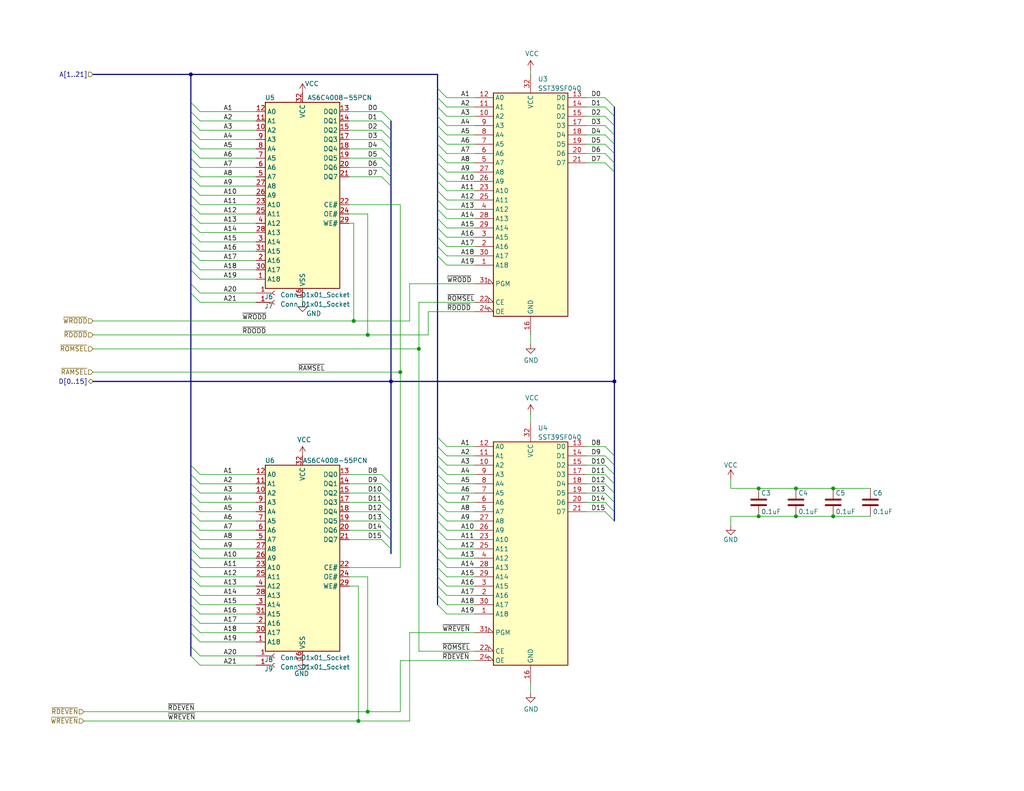
<source format=kicad_sch>
(kicad_sch (version 20231120) (generator "eeschema") (generator_version "8.0")
  (paper "A")
  (title_block (title "BITSY Mark I - An MC68000 Single Board Computer") (date "2025-06-12") (rev "V1B") (comment 1 "Licensed under CC-BY-SA-NC 4.0.") (comment 2 "https://github.com/codesmythe/BITSY_MK_I") (comment 3 "© 2025 Rob Gowin") (comment 4 "BITSY Mark I is a single board computer based around an MC68000 CPU."))
  (lib_symbols
    (symbol "Connector:Conn_01x01_Socket" (pin_names (offset 1.016) hide)
      (property "Reference" "J" (at 0 2.54 0))
      (property "Value" "Conn_01x01_Socket" (at 0 -2.54 0))
      (symbol "Conn_01x01_Socket_1_1"
        (polyline (pts (xy -1.27 0) (xy -0.508 0)) (stroke (width 0.1524)))
        (arc (start 0 0.508) (mid -0.5058 0) (end 0 -0.508) (stroke (width 0.1524)))
        (pin passive line (at -5.08 0 0) (length 3.81) (name "Pin_1") (number "1"))
      )
    )
    (symbol "Device:C" (pin_numbers hide) (pin_names (offset 0.254))
      (property "Reference" "C" (at 0.635 2.54 0))
      (property "Value" "C" (at 0.635 -2.54 0))
      (symbol "C_0_1"
        (polyline (pts (xy -2.032 -0.762) (xy 2.032 -0.762)) (stroke (width 0.508)))
        (polyline (pts (xy -2.032 0.762) (xy 2.032 0.762)) (stroke (width 0.508)))
      )
      (symbol "C_1_1"
        (pin passive line (at 0 3.81 270) (length 2.794) (name "~") (number "1"))
        (pin passive line (at 0 -3.81 90) (length 2.794) (name "~") (number "2"))
      )
    )
    (symbol "Memory_Flash:SST39SF040"
      (property "Reference" "U" (at 2.54 33.02 0))
      (property "Value" "SST39SF040" (at 0 -30.48 0))
      (symbol "SST39SF040_0_0"
        (pin power_in line (at 0 -34.29 90) (length 5.08) (name "GND") (number "16"))
        (pin power_in line (at 0 36.83 270) (length 5.08) (name "VCC") (number "32"))
      )
      (symbol "SST39SF040_0_1"
        (rectangle (start -10.16 31.75) (end 10.16 -29.21) (stroke (width 0.254)) (fill (type background)))
      )
      (symbol "SST39SF040_1_1"
        (pin input line (at -15.24 -15.24 0) (length 5.08) (name "A18") (number "1"))
        (pin input line (at -15.24 25.4 0) (length 5.08) (name "A2") (number "10"))
        (pin input line (at -15.24 27.94 0) (length 5.08) (name "A1") (number "11"))
        (pin input line (at -15.24 30.48 0) (length 5.08) (name "A0") (number "12"))
        (pin tri_state line (at 15.24 30.48 180) (length 5.08) (name "D0") (number "13"))
        (pin tri_state line (at 15.24 27.94 180) (length 5.08) (name "D1") (number "14"))
        (pin tri_state line (at 15.24 25.4 180) (length 5.08) (name "D2") (number "15"))
        (pin tri_state line (at 15.24 22.86 180) (length 5.08) (name "D3") (number "17"))
        (pin tri_state line (at 15.24 20.32 180) (length 5.08) (name "D4") (number "18"))
        (pin tri_state line (at 15.24 17.78 180) (length 5.08) (name "D5") (number "19"))
        (pin input line (at -15.24 -10.16 0) (length 5.08) (name "A16") (number "2"))
        (pin tri_state line (at 15.24 15.24 180) (length 5.08) (name "D6") (number "20"))
        (pin tri_state line (at 15.24 12.7 180) (length 5.08) (name "D7") (number "21"))
        (pin input input_low (at -15.24 -25.4 0) (length 5.08) (name "CE") (number "22"))
        (pin input line (at -15.24 5.08 0) (length 5.08) (name "A10") (number "23"))
        (pin input input_low (at -15.24 -27.94 0) (length 5.08) (name "OE") (number "24"))
        (pin input line (at -15.24 2.54 0) (length 5.08) (name "A11") (number "25"))
        (pin input line (at -15.24 7.62 0) (length 5.08) (name "A9") (number "26"))
        (pin input line (at -15.24 10.16 0) (length 5.08) (name "A8") (number "27"))
        (pin input line (at -15.24 -2.54 0) (length 5.08) (name "A13") (number "28"))
        (pin input line (at -15.24 -5.08 0) (length 5.08) (name "A14") (number "29"))
        (pin input line (at -15.24 -7.62 0) (length 5.08) (name "A15") (number "3"))
        (pin input line (at -15.24 -12.7 0) (length 5.08) (name "A17") (number "30"))
        (pin input input_low (at -15.24 -20.32 0) (length 5.08) (name "PGM") (number "31"))
        (pin input line (at -15.24 0 0) (length 5.08) (name "A12") (number "4"))
        (pin input line (at -15.24 12.7 0) (length 5.08) (name "A7") (number "5"))
        (pin input line (at -15.24 15.24 0) (length 5.08) (name "A6") (number "6"))
        (pin input line (at -15.24 17.78 0) (length 5.08) (name "A5") (number "7"))
        (pin input line (at -15.24 20.32 0) (length 5.08) (name "A4") (number "8"))
        (pin input line (at -15.24 22.86 0) (length 5.08) (name "A3") (number "9"))
      )
    )
    (symbol "Memory_RAM:AS6C4008-55PCN"
      (property "Reference" "U" (at -10.16 26.035 0))
      (property "Value" "AS6C4008-55PCN" (at 2.54 26.035 0))
      (symbol "AS6C4008-55PCN_0_0"
        (pin power_in line (at 0 -27.94 90) (length 2.54) (name "VSS") (number "16"))
        (pin power_in line (at 0 27.94 270) (length 2.54) (name "VCC") (number "32"))
      )
      (symbol "AS6C4008-55PCN_0_1"
        (rectangle (start -10.16 25.4) (end 10.16 -25.4) (stroke (width 0.254)) (fill (type background)))
      )
      (symbol "AS6C4008-55PCN_1_1"
        (pin input line (at -12.7 -22.86 0) (length 2.54) (name "A18") (number "1"))
        (pin input line (at -12.7 17.78 0) (length 2.54) (name "A2") (number "10"))
        (pin input line (at -12.7 20.32 0) (length 2.54) (name "A1") (number "11"))
        (pin input line (at -12.7 22.86 0) (length 2.54) (name "A0") (number "12"))
        (pin tri_state line (at 12.7 22.86 180) (length 2.54) (name "DQ0") (number "13"))
        (pin tri_state line (at 12.7 20.32 180) (length 2.54) (name "DQ1") (number "14"))
        (pin tri_state line (at 12.7 17.78 180) (length 2.54) (name "DQ2") (number "15"))
        (pin tri_state line (at 12.7 15.24 180) (length 2.54) (name "DQ3") (number "17"))
        (pin tri_state line (at 12.7 12.7 180) (length 2.54) (name "DQ4") (number "18"))
        (pin tri_state line (at 12.7 10.16 180) (length 2.54) (name "DQ5") (number "19"))
        (pin input line (at -12.7 -17.78 0) (length 2.54) (name "A16") (number "2"))
        (pin tri_state line (at 12.7 7.62 180) (length 2.54) (name "DQ6") (number "20"))
        (pin tri_state line (at 12.7 5.08 180) (length 2.54) (name "DQ7") (number "21"))
        (pin input line (at 12.7 -2.54 180) (length 2.54) (name "CE#") (number "22"))
        (pin input line (at -12.7 -2.54 0) (length 2.54) (name "A10") (number "23"))
        (pin input line (at 12.7 -5.08 180) (length 2.54) (name "OE#") (number "24"))
        (pin input line (at -12.7 -5.08 0) (length 2.54) (name "A11") (number "25"))
        (pin input line (at -12.7 0 0) (length 2.54) (name "A9") (number "26"))
        (pin input line (at -12.7 2.54 0) (length 2.54) (name "A8") (number "27"))
        (pin input line (at -12.7 -10.16 0) (length 2.54) (name "A13") (number "28"))
        (pin input line (at 12.7 -7.62 180) (length 2.54) (name "WE#") (number "29"))
        (pin input line (at -12.7 -12.7 0) (length 2.54) (name "A14") (number "3"))
        (pin input line (at -12.7 -20.32 0) (length 2.54) (name "A17") (number "30"))
        (pin input line (at -12.7 -15.24 0) (length 2.54) (name "A15") (number "31"))
        (pin input line (at -12.7 -7.62 0) (length 2.54) (name "A12") (number "4"))
        (pin input line (at -12.7 5.08 0) (length 2.54) (name "A7") (number "5"))
        (pin input line (at -12.7 7.62 0) (length 2.54) (name "A6") (number "6"))
        (pin input line (at -12.7 10.16 0) (length 2.54) (name "A5") (number "7"))
        (pin input line (at -12.7 12.7 0) (length 2.54) (name "A4") (number "8"))
        (pin input line (at -12.7 15.24 0) (length 2.54) (name "A3") (number "9"))
      )
    )
    (symbol "power:GND" (power) (pin_numbers hide) (pin_names (offset 0) hide)
      (property "Value" "GND" (at 0 -3.81 0))
      (symbol "GND_0_1"
        (polyline (pts (xy 0 0) (xy 0 -1.27) (xy 1.27 -1.27) (xy 0 -2.54) (xy -1.27 -1.27) (xy 0 -1.27)))
      )
      (symbol "GND_1_1"
        (pin power_in line (at 0 0 270) (length 0) (name "~") (number "1"))
      )
    )
    (symbol "power:VCC" (power) (pin_numbers hide) (pin_names (offset 0) hide)
      (property "Value" "VCC" (at 0 3.556 0))
      (symbol "VCC_0_1"
        (polyline (pts (xy -0.762 1.27) (xy 0 2.54)))
        (polyline (pts (xy 0 0) (xy 0 2.54)))
        (polyline (pts (xy 0 2.54) (xy 0.762 1.27)))
      )
      (symbol "VCC_1_1"
        (pin power_in line (at 0 0 90) (length 0) (name "~") (number "1"))
      )
    )
  )
  (junction (at 97.79 196.85))
  (junction (at 167.64 104.14))
  (junction (at 227.33 133.35))
  (junction (at 217.17 140.97))
  (junction (at 106.68 104.14))
  (junction (at 52.07 20.32))
  (junction (at 207.01 140.97))
  (junction (at 227.33 140.97))
  (junction (at 114.3 95.25))
  (junction (at 96.52 87.63))
  (junction (at 100.33 91.44))
  (junction (at 109.22 101.6))
  (junction (at 100.33 194.31))
  (junction (at 217.17 133.35))
  (junction (at 207.01 133.35))
  (bus_entry (at 119.38 57.15) (size 2.54 2.54))
  (bus_entry (at 52.07 137.16) (size 2.54 2.54))
  (bus_entry (at 119.38 41.91) (size 2.54 2.54))
  (bus_entry (at 119.38 160.02) (size 2.54 2.54))
  (bus_entry (at 119.38 119.38) (size 2.54 2.54))
  (bus_entry (at 52.07 40.64) (size 2.54 2.54))
  (bus_entry (at 165.1 127) (size 2.54 2.54))
  (bus_entry (at 104.14 147.32) (size 2.54 2.54))
  (bus_entry (at 119.38 137.16) (size 2.54 2.54))
  (bus_entry (at 104.14 142.24) (size 2.54 2.54))
  (bus_entry (at 52.07 139.7) (size 2.54 2.54))
  (bus_entry (at 165.1 41.91) (size 2.54 2.54))
  (bus_entry (at 119.38 124.46) (size 2.54 2.54))
  (bus_entry (at 52.07 33.02) (size 2.54 2.54))
  (bus_entry (at 104.14 43.18) (size 2.54 2.54))
  (bus_entry (at 165.1 129.54) (size 2.54 2.54))
  (bus_entry (at 119.38 52.07) (size 2.54 2.54))
  (bus_entry (at 52.07 132.08) (size 2.54 2.54))
  (bus_entry (at 52.07 58.42) (size 2.54 2.54))
  (bus_entry (at 119.38 129.54) (size 2.54 2.54))
  (bus_entry (at 119.38 142.24) (size 2.54 2.54))
  (bus_entry (at 52.07 45.72) (size 2.54 2.54))
  (bus_entry (at 119.38 39.37) (size 2.54 2.54))
  (bus_entry (at 119.38 26.67) (size 2.54 2.54))
  (bus_entry (at 104.14 45.72) (size 2.54 2.54))
  (bus_entry (at 119.38 67.31) (size 2.54 2.54))
  (bus_entry (at 52.07 179.07) (size 2.54 2.54))
  (bus_entry (at 52.07 50.8) (size 2.54 2.54))
  (bus_entry (at 52.07 149.86) (size 2.54 2.54))
  (bus_entry (at 52.07 157.48) (size 2.54 2.54))
  (bus_entry (at 52.07 43.18) (size 2.54 2.54))
  (bus_entry (at 104.14 132.08) (size 2.54 2.54))
  (bus_entry (at 119.38 144.78) (size 2.54 2.54))
  (bus_entry (at 52.07 162.56) (size 2.54 2.54))
  (bus_entry (at 165.1 36.83) (size 2.54 2.54))
  (bus_entry (at 52.07 80.01) (size 2.54 2.54))
  (bus_entry (at 119.38 139.7) (size 2.54 2.54))
  (bus_entry (at 119.38 31.75) (size 2.54 2.54))
  (bus_entry (at 119.38 157.48) (size 2.54 2.54))
  (bus_entry (at 119.38 134.62) (size 2.54 2.54))
  (bus_entry (at 52.07 38.1) (size 2.54 2.54))
  (bus_entry (at 52.07 27.94) (size 2.54 2.54))
  (bus_entry (at 52.07 147.32) (size 2.54 2.54))
  (bus_entry (at 119.38 24.13) (size 2.54 2.54))
  (bus_entry (at 104.14 38.1) (size 2.54 2.54))
  (bus_entry (at 165.1 121.92) (size 2.54 2.54))
  (bus_entry (at 119.38 36.83) (size 2.54 2.54))
  (bus_entry (at 52.07 63.5) (size 2.54 2.54))
  (bus_entry (at 52.07 73.66) (size 2.54 2.54))
  (bus_entry (at 119.38 154.94) (size 2.54 2.54))
  (bus_entry (at 52.07 176.53) (size 2.54 2.54))
  (bus_entry (at 52.07 142.24) (size 2.54 2.54))
  (bus_entry (at 52.07 172.72) (size 2.54 2.54))
  (bus_entry (at 104.14 139.7) (size 2.54 2.54))
  (bus_entry (at 52.07 55.88) (size 2.54 2.54))
  (bus_entry (at 104.14 48.26) (size 2.54 2.54))
  (bus_entry (at 52.07 129.54) (size 2.54 2.54))
  (bus_entry (at 104.14 35.56) (size 2.54 2.54))
  (bus_entry (at 165.1 134.62) (size 2.54 2.54))
  (bus_entry (at 52.07 53.34) (size 2.54 2.54))
  (bus_entry (at 119.38 29.21) (size 2.54 2.54))
  (bus_entry (at 119.38 62.23) (size 2.54 2.54))
  (bus_entry (at 119.38 162.56) (size 2.54 2.54))
  (bus_entry (at 119.38 127) (size 2.54 2.54))
  (bus_entry (at 52.07 60.96) (size 2.54 2.54))
  (bus_entry (at 104.14 137.16) (size 2.54 2.54))
  (bus_entry (at 52.07 30.48) (size 2.54 2.54))
  (bus_entry (at 52.07 71.12) (size 2.54 2.54))
  (bus_entry (at 52.07 77.47) (size 2.54 2.54))
  (bus_entry (at 165.1 44.45) (size 2.54 2.54))
  (bus_entry (at 104.14 40.64) (size 2.54 2.54))
  (bus_entry (at 165.1 26.67) (size 2.54 2.54))
  (bus_entry (at 52.07 165.1) (size 2.54 2.54))
  (bus_entry (at 119.38 59.69) (size 2.54 2.54))
  (bus_entry (at 165.1 34.29) (size 2.54 2.54))
  (bus_entry (at 52.07 152.4) (size 2.54 2.54))
  (bus_entry (at 104.14 30.48) (size 2.54 2.54))
  (bus_entry (at 52.07 144.78) (size 2.54 2.54))
  (bus_entry (at 119.38 44.45) (size 2.54 2.54))
  (bus_entry (at 104.14 134.62) (size 2.54 2.54))
  (bus_entry (at 165.1 132.08) (size 2.54 2.54))
  (bus_entry (at 52.07 167.64) (size 2.54 2.54))
  (bus_entry (at 52.07 170.18) (size 2.54 2.54))
  (bus_entry (at 52.07 66.04) (size 2.54 2.54))
  (bus_entry (at 119.38 69.85) (size 2.54 2.54))
  (bus_entry (at 119.38 46.99) (size 2.54 2.54))
  (bus_entry (at 165.1 29.21) (size 2.54 2.54))
  (bus_entry (at 119.38 147.32) (size 2.54 2.54))
  (bus_entry (at 104.14 33.02) (size 2.54 2.54))
  (bus_entry (at 52.07 160.02) (size 2.54 2.54))
  (bus_entry (at 119.38 132.08) (size 2.54 2.54))
  (bus_entry (at 165.1 124.46) (size 2.54 2.54))
  (bus_entry (at 119.38 152.4) (size 2.54 2.54))
  (bus_entry (at 52.07 48.26) (size 2.54 2.54))
  (bus_entry (at 165.1 137.16) (size 2.54 2.54))
  (bus_entry (at 165.1 31.75) (size 2.54 2.54))
  (bus_entry (at 104.14 144.78) (size 2.54 2.54))
  (bus_entry (at 119.38 54.61) (size 2.54 2.54))
  (bus_entry (at 52.07 35.56) (size 2.54 2.54))
  (bus_entry (at 52.07 127) (size 2.54 2.54))
  (bus_entry (at 119.38 165.1) (size 2.54 2.54))
  (bus_entry (at 165.1 39.37) (size 2.54 2.54))
  (bus_entry (at 104.14 129.54) (size 2.54 2.54))
  (bus_entry (at 52.07 154.94) (size 2.54 2.54))
  (bus_entry (at 119.38 149.86) (size 2.54 2.54))
  (bus_entry (at 119.38 49.53) (size 2.54 2.54))
  (bus_entry (at 165.1 139.7) (size 2.54 2.54))
  (bus_entry (at 52.07 68.58) (size 2.54 2.54))
  (bus_entry (at 52.07 134.62) (size 2.54 2.54))
  (bus_entry (at 119.38 34.29) (size 2.54 2.54))
  (bus_entry (at 119.38 121.92) (size 2.54 2.54))
  (bus_entry (at 119.38 64.77) (size 2.54 2.54))
  (wire (pts (xy 121.92 39.37) (xy 129.54 39.37)))
  (bus (pts (xy 119.38 121.92) (xy 119.38 124.46)))
  (bus (pts (xy 119.38 39.37) (xy 119.38 41.91)))
  (bus (pts (xy 119.38 134.62) (xy 119.38 137.16)))
  (wire (pts (xy 25.4 95.25) (xy 114.3 95.25)))
  (bus (pts (xy 52.07 127) (xy 52.07 129.54)))
  (wire (pts (xy 121.92 165.1) (xy 129.54 165.1)))
  (wire (pts (xy 95.25 144.78) (xy 104.14 144.78)))
  (wire (pts (xy 121.92 142.24) (xy 129.54 142.24)))
  (wire (pts (xy 121.92 26.67) (xy 129.54 26.67)))
  (wire (pts (xy 100.33 58.42) (xy 100.33 91.44)))
  (bus (pts (xy 119.38 59.69) (xy 119.38 62.23)))
  (wire (pts (xy 144.78 19.05) (xy 144.78 20.32)))
  (bus (pts (xy 52.07 80.01) (xy 52.07 127)))
  (wire (pts (xy 160.02 127) (xy 165.1 127)))
  (wire (pts (xy 160.02 29.21) (xy 165.1 29.21)))
  (wire (pts (xy 54.61 82.55) (xy 69.85 82.55)))
  (bus (pts (xy 25.4 104.14) (xy 106.68 104.14)))
  (bus (pts (xy 52.07 53.34) (xy 52.07 55.88)))
  (bus (pts (xy 167.64 124.46) (xy 167.64 127)))
  (bus (pts (xy 119.38 46.99) (xy 119.38 49.53)))
  (wire (pts (xy 25.4 87.63) (xy 96.52 87.63)))
  (bus (pts (xy 167.64 44.45) (xy 167.64 46.99)))
  (bus (pts (xy 106.68 43.18) (xy 106.68 45.72)))
  (bus (pts (xy 52.07 147.32) (xy 52.07 149.86)))
  (wire (pts (xy 227.33 133.35) (xy 237.49 133.35)))
  (wire (pts (xy 95.25 30.48) (xy 104.14 30.48)))
  (wire (pts (xy 160.02 26.67) (xy 165.1 26.67)))
  (wire (pts (xy 121.92 64.77) (xy 129.54 64.77)))
  (bus (pts (xy 119.38 49.53) (xy 119.38 52.07)))
  (wire (pts (xy 114.3 95.25) (xy 114.3 177.8)))
  (bus (pts (xy 52.07 30.48) (xy 52.07 33.02)))
  (wire (pts (xy 54.61 172.72) (xy 69.85 172.72)))
  (wire (pts (xy 160.02 34.29) (xy 165.1 34.29)))
  (wire (pts (xy 54.61 76.2) (xy 69.85 76.2)))
  (bus (pts (xy 52.07 20.32) (xy 119.38 20.32)))
  (wire (pts (xy 54.61 157.48) (xy 69.85 157.48)))
  (bus (pts (xy 52.07 137.16) (xy 52.07 139.7)))
  (wire (pts (xy 54.61 43.18) (xy 69.85 43.18)))
  (wire (pts (xy 121.92 121.92) (xy 129.54 121.92)))
  (bus (pts (xy 52.07 43.18) (xy 52.07 45.72)))
  (wire (pts (xy 160.02 139.7) (xy 165.1 139.7)))
  (wire (pts (xy 54.61 45.72) (xy 69.85 45.72)))
  (bus (pts (xy 106.68 48.26) (xy 106.68 50.8)))
  (bus (pts (xy 106.68 149.86) (xy 106.68 151.13)))
  (bus (pts (xy 106.68 38.1) (xy 106.68 40.64)))
  (bus (pts (xy 167.64 132.08) (xy 167.64 134.62)))
  (wire (pts (xy 95.25 35.56) (xy 104.14 35.56)))
  (wire (pts (xy 109.22 154.94) (xy 95.25 154.94)))
  (bus (pts (xy 119.38 67.31) (xy 119.38 69.85)))
  (wire (pts (xy 54.61 48.26) (xy 69.85 48.26)))
  (bus (pts (xy 106.68 142.24) (xy 106.68 144.78)))
  (wire (pts (xy 121.92 137.16) (xy 129.54 137.16)))
  (bus (pts (xy 52.07 132.08) (xy 52.07 134.62)))
  (wire (pts (xy 54.61 139.7) (xy 69.85 139.7)))
  (wire (pts (xy 54.61 181.61) (xy 69.85 181.61)))
  (bus (pts (xy 119.38 157.48) (xy 119.38 160.02)))
  (wire (pts (xy 121.92 31.75) (xy 129.54 31.75)))
  (bus (pts (xy 106.68 144.78) (xy 106.68 147.32)))
  (wire (pts (xy 104.14 33.02) (xy 95.25 33.02)))
  (wire (pts (xy 25.4 101.6) (xy 109.22 101.6)))
  (wire (pts (xy 121.92 46.99) (xy 129.54 46.99)))
  (wire (pts (xy 121.92 34.29) (xy 129.54 34.29)))
  (wire (pts (xy 54.61 58.42) (xy 69.85 58.42)))
  (wire (pts (xy 129.54 82.55) (xy 114.3 82.55)))
  (bus (pts (xy 52.07 20.32) (xy 52.07 27.94)))
  (wire (pts (xy 54.61 147.32) (xy 69.85 147.32)))
  (bus (pts (xy 119.38 142.24) (xy 119.38 144.78)))
  (wire (pts (xy 121.92 144.78) (xy 129.54 144.78)))
  (wire (pts (xy 160.02 44.45) (xy 165.1 44.45)))
  (bus (pts (xy 52.07 27.94) (xy 52.07 30.48)))
  (wire (pts (xy 121.92 157.48) (xy 129.54 157.48)))
  (bus (pts (xy 52.07 176.53) (xy 52.07 179.07)))
  (bus (pts (xy 52.07 68.58) (xy 52.07 71.12)))
  (wire (pts (xy 54.61 129.54) (xy 69.85 129.54)))
  (bus (pts (xy 167.64 137.16) (xy 167.64 139.7)))
  (bus (pts (xy 52.07 55.88) (xy 52.07 58.42)))
  (bus (pts (xy 52.07 149.86) (xy 52.07 152.4)))
  (bus (pts (xy 106.68 132.08) (xy 106.68 134.62)))
  (bus (pts (xy 52.07 73.66) (xy 52.07 77.47)))
  (wire (pts (xy 22.86 194.31) (xy 100.33 194.31)))
  (bus (pts (xy 52.07 66.04) (xy 52.07 68.58)))
  (wire (pts (xy 111.76 87.63) (xy 111.76 77.47)))
  (bus (pts (xy 119.38 41.91) (xy 119.38 44.45)))
  (wire (pts (xy 54.61 142.24) (xy 69.85 142.24)))
  (wire (pts (xy 95.25 60.96) (xy 96.52 60.96)))
  (wire (pts (xy 54.61 132.08) (xy 69.85 132.08)))
  (bus (pts (xy 52.07 40.64) (xy 52.07 43.18)))
  (bus (pts (xy 52.07 157.48) (xy 52.07 160.02)))
  (wire (pts (xy 160.02 39.37) (xy 165.1 39.37)))
  (bus (pts (xy 106.68 139.7) (xy 106.68 142.24)))
  (bus (pts (xy 119.38 29.21) (xy 119.38 31.75)))
  (bus (pts (xy 52.07 139.7) (xy 52.07 142.24)))
  (wire (pts (xy 160.02 121.92) (xy 165.1 121.92)))
  (bus (pts (xy 119.38 154.94) (xy 119.38 157.48)))
  (bus (pts (xy 119.38 129.54) (xy 119.38 132.08)))
  (wire (pts (xy 114.3 95.25) (xy 114.3 82.55)))
  (bus (pts (xy 52.07 134.62) (xy 52.07 137.16)))
  (wire (pts (xy 144.78 113.03) (xy 144.78 115.57)))
  (wire (pts (xy 207.01 140.97) (xy 217.17 140.97)))
  (wire (pts (xy 217.17 133.35) (xy 227.33 133.35)))
  (wire (pts (xy 199.39 133.35) (xy 207.01 133.35)))
  (bus (pts (xy 106.68 33.02) (xy 106.68 35.56)))
  (wire (pts (xy 121.92 57.15) (xy 129.54 57.15)))
  (bus (pts (xy 119.38 162.56) (xy 119.38 165.1)))
  (bus (pts (xy 119.38 124.46) (xy 119.38 127)))
  (bus (pts (xy 167.64 34.29) (xy 167.64 36.83)))
  (wire (pts (xy 121.92 127) (xy 129.54 127)))
  (wire (pts (xy 54.61 35.56) (xy 69.85 35.56)))
  (bus (pts (xy 52.07 48.26) (xy 52.07 50.8)))
  (bus (pts (xy 119.38 152.4) (xy 119.38 154.94)))
  (bus (pts (xy 52.07 170.18) (xy 52.07 172.72)))
  (wire (pts (xy 54.61 50.8) (xy 69.85 50.8)))
  (wire (pts (xy 121.92 69.85) (xy 129.54 69.85)))
  (bus (pts (xy 167.64 134.62) (xy 167.64 137.16)))
  (wire (pts (xy 95.25 157.48) (xy 100.33 157.48)))
  (bus (pts (xy 52.07 160.02) (xy 52.07 162.56)))
  (wire (pts (xy 104.14 48.26) (xy 95.25 48.26)))
  (wire (pts (xy 54.61 149.86) (xy 69.85 149.86)))
  (wire (pts (xy 54.61 167.64) (xy 69.85 167.64)))
  (wire (pts (xy 95.25 142.24) (xy 104.14 142.24)))
  (bus (pts (xy 25.4 20.32) (xy 52.07 20.32)))
  (bus (pts (xy 167.64 104.14) (xy 167.64 124.46)))
  (wire (pts (xy 121.92 52.07) (xy 129.54 52.07)))
  (wire (pts (xy 95.25 134.62) (xy 104.14 134.62)))
  (wire (pts (xy 54.61 154.94) (xy 69.85 154.94)))
  (wire (pts (xy 121.92 147.32) (xy 129.54 147.32)))
  (wire (pts (xy 114.3 177.8) (xy 129.54 177.8)))
  (wire (pts (xy 95.25 160.02) (xy 97.79 160.02)))
  (wire (pts (xy 129.54 77.47) (xy 111.76 77.47)))
  (wire (pts (xy 121.92 59.69) (xy 129.54 59.69)))
  (bus (pts (xy 52.07 162.56) (xy 52.07 165.1)))
  (wire (pts (xy 116.84 91.44) (xy 116.84 85.09)))
  (bus (pts (xy 119.38 57.15) (xy 119.38 59.69)))
  (bus (pts (xy 119.38 26.67) (xy 119.38 29.21)))
  (bus (pts (xy 52.07 33.02) (xy 52.07 35.56)))
  (wire (pts (xy 160.02 132.08) (xy 165.1 132.08)))
  (wire (pts (xy 121.92 129.54) (xy 129.54 129.54)))
  (wire (pts (xy 54.61 80.01) (xy 69.85 80.01)))
  (bus (pts (xy 167.64 36.83) (xy 167.64 39.37)))
  (wire (pts (xy 160.02 134.62) (xy 165.1 134.62)))
  (wire (pts (xy 121.92 67.31) (xy 129.54 67.31)))
  (bus (pts (xy 52.07 35.56) (xy 52.07 38.1)))
  (wire (pts (xy 121.92 152.4) (xy 129.54 152.4)))
  (wire (pts (xy 199.39 140.97) (xy 207.01 140.97)))
  (bus (pts (xy 52.07 50.8) (xy 52.07 53.34)))
  (wire (pts (xy 95.25 58.42) (xy 100.33 58.42)))
  (bus (pts (xy 167.64 41.91) (xy 167.64 44.45)))
  (wire (pts (xy 97.79 160.02) (xy 97.79 196.85)))
  (wire (pts (xy 95.25 45.72) (xy 104.14 45.72)))
  (bus (pts (xy 52.07 172.72) (xy 52.07 176.53)))
  (wire (pts (xy 104.14 43.18) (xy 95.25 43.18)))
  (wire (pts (xy 95.25 40.64) (xy 104.14 40.64)))
  (bus (pts (xy 119.38 36.83) (xy 119.38 39.37)))
  (bus (pts (xy 106.68 35.56) (xy 106.68 38.1)))
  (wire (pts (xy 54.61 73.66) (xy 69.85 73.66)))
  (wire (pts (xy 95.25 139.7) (xy 104.14 139.7)))
  (wire (pts (xy 54.61 33.02) (xy 69.85 33.02)))
  (wire (pts (xy 96.52 60.96) (xy 96.52 87.63)))
  (wire (pts (xy 54.61 162.56) (xy 69.85 162.56)))
  (bus (pts (xy 106.68 104.14) (xy 106.68 132.08)))
  (bus (pts (xy 167.64 29.21) (xy 167.64 31.75)))
  (wire (pts (xy 54.61 144.78) (xy 69.85 144.78)))
  (wire (pts (xy 121.92 149.86) (xy 129.54 149.86)))
  (wire (pts (xy 160.02 137.16) (xy 165.1 137.16)))
  (wire (pts (xy 199.39 143.51) (xy 199.39 140.97)))
  (bus (pts (xy 119.38 132.08) (xy 119.38 134.62)))
  (bus (pts (xy 52.07 60.96) (xy 52.07 63.5)))
  (wire (pts (xy 121.92 154.94) (xy 129.54 154.94)))
  (wire (pts (xy 54.61 152.4) (xy 69.85 152.4)))
  (wire (pts (xy 54.61 30.48) (xy 69.85 30.48)))
  (bus (pts (xy 106.68 45.72) (xy 106.68 48.26)))
  (wire (pts (xy 121.92 62.23) (xy 129.54 62.23)))
  (bus (pts (xy 119.38 52.07) (xy 119.38 54.61)))
  (wire (pts (xy 121.92 44.45) (xy 129.54 44.45)))
  (wire (pts (xy 54.61 165.1) (xy 69.85 165.1)))
  (wire (pts (xy 217.17 140.97) (xy 227.33 140.97)))
  (bus (pts (xy 119.38 119.38) (xy 119.38 121.92)))
  (wire (pts (xy 121.92 134.62) (xy 129.54 134.62)))
  (bus (pts (xy 119.38 31.75) (xy 119.38 34.29)))
  (wire (pts (xy 96.52 87.63) (xy 111.76 87.63)))
  (wire (pts (xy 104.14 38.1) (xy 95.25 38.1)))
  (bus (pts (xy 106.68 104.14) (xy 167.64 104.14)))
  (bus (pts (xy 167.64 139.7) (xy 167.64 142.24)))
  (wire (pts (xy 121.92 162.56) (xy 129.54 162.56)))
  (wire (pts (xy 100.33 157.48) (xy 100.33 194.31)))
  (wire (pts (xy 54.61 137.16) (xy 69.85 137.16)))
  (wire (pts (xy 95.25 129.54) (xy 104.14 129.54)))
  (wire (pts (xy 160.02 36.83) (xy 165.1 36.83)))
  (wire (pts (xy 121.92 72.39) (xy 129.54 72.39)))
  (wire (pts (xy 97.79 196.85) (xy 111.76 196.85)))
  (wire (pts (xy 129.54 85.09) (xy 116.84 85.09)))
  (bus (pts (xy 119.38 144.78) (xy 119.38 147.32)))
  (bus (pts (xy 119.38 69.85) (xy 119.38 119.38)))
  (wire (pts (xy 121.92 36.83) (xy 129.54 36.83)))
  (bus (pts (xy 52.07 165.1) (xy 52.07 167.64)))
  (wire (pts (xy 54.61 179.07) (xy 69.85 179.07)))
  (bus (pts (xy 52.07 63.5) (xy 52.07 66.04)))
  (wire (pts (xy 54.61 68.58) (xy 69.85 68.58)))
  (wire (pts (xy 100.33 91.44) (xy 116.84 91.44)))
  (wire (pts (xy 121.92 41.91) (xy 129.54 41.91)))
  (wire (pts (xy 54.61 38.1) (xy 69.85 38.1)))
  (wire (pts (xy 121.92 167.64) (xy 129.54 167.64)))
  (bus (pts (xy 52.07 58.42) (xy 52.07 60.96)))
  (wire (pts (xy 121.92 124.46) (xy 129.54 124.46)))
  (wire (pts (xy 109.22 180.34) (xy 129.54 180.34)))
  (bus (pts (xy 52.07 129.54) (xy 52.07 132.08)))
  (wire (pts (xy 54.61 55.88) (xy 69.85 55.88)))
  (bus (pts (xy 119.38 137.16) (xy 119.38 139.7)))
  (bus (pts (xy 119.38 34.29) (xy 119.38 36.83)))
  (wire (pts (xy 22.86 196.85) (xy 97.79 196.85)))
  (wire (pts (xy 144.78 91.44) (xy 144.78 93.98)))
  (bus (pts (xy 106.68 134.62) (xy 106.68 137.16)))
  (bus (pts (xy 52.07 38.1) (xy 52.07 40.64)))
  (wire (pts (xy 121.92 29.21) (xy 129.54 29.21)))
  (bus (pts (xy 119.38 44.45) (xy 119.38 46.99)))
  (bus (pts (xy 52.07 71.12) (xy 52.07 73.66)))
  (wire (pts (xy 54.61 40.64) (xy 69.85 40.64)))
  (bus (pts (xy 119.38 160.02) (xy 119.38 162.56)))
  (bus (pts (xy 106.68 147.32) (xy 106.68 149.86)))
  (bus (pts (xy 119.38 62.23) (xy 119.38 64.77)))
  (wire (pts (xy 82.55 81.28) (xy 82.55 82.55)))
  (bus (pts (xy 106.68 137.16) (xy 106.68 139.7)))
  (wire (pts (xy 109.22 101.6) (xy 109.22 154.94)))
  (bus (pts (xy 119.38 147.32) (xy 119.38 149.86)))
  (wire (pts (xy 144.78 186.69) (xy 144.78 189.23)))
  (wire (pts (xy 54.61 63.5) (xy 69.85 63.5)))
  (wire (pts (xy 95.25 132.08) (xy 104.14 132.08)))
  (wire (pts (xy 25.4 91.44) (xy 100.33 91.44)))
  (bus (pts (xy 119.38 127) (xy 119.38 129.54)))
  (wire (pts (xy 121.92 54.61) (xy 129.54 54.61)))
  (bus (pts (xy 167.64 127) (xy 167.64 129.54)))
  (wire (pts (xy 111.76 172.72) (xy 111.76 196.85)))
  (bus (pts (xy 52.07 142.24) (xy 52.07 144.78)))
  (wire (pts (xy 54.61 53.34) (xy 69.85 53.34)))
  (bus (pts (xy 167.64 39.37) (xy 167.64 41.91)))
  (wire (pts (xy 111.76 172.72) (xy 129.54 172.72)))
  (bus (pts (xy 52.07 45.72) (xy 52.07 48.26)))
  (wire (pts (xy 121.92 49.53) (xy 129.54 49.53)))
  (wire (pts (xy 160.02 31.75) (xy 165.1 31.75)))
  (bus (pts (xy 52.07 144.78) (xy 52.07 147.32)))
  (wire (pts (xy 54.61 170.18) (xy 69.85 170.18)))
  (wire (pts (xy 54.61 71.12) (xy 69.85 71.12)))
  (wire (pts (xy 109.22 194.31) (xy 109.22 180.34)))
  (wire (pts (xy 54.61 66.04) (xy 69.85 66.04)))
  (bus (pts (xy 167.64 46.99) (xy 167.64 104.14)))
  (wire (pts (xy 54.61 60.96) (xy 69.85 60.96)))
  (wire (pts (xy 54.61 175.26) (xy 69.85 175.26)))
  (wire (pts (xy 121.92 160.02) (xy 129.54 160.02)))
  (wire (pts (xy 121.92 132.08) (xy 129.54 132.08)))
  (bus (pts (xy 119.38 54.61) (xy 119.38 57.15)))
  (bus (pts (xy 52.07 167.64) (xy 52.07 170.18)))
  (bus (pts (xy 167.64 31.75) (xy 167.64 34.29)))
  (bus (pts (xy 106.68 50.8) (xy 106.68 104.14)))
  (bus (pts (xy 106.68 40.64) (xy 106.68 43.18)))
  (bus (pts (xy 119.38 139.7) (xy 119.38 142.24)))
  (bus (pts (xy 119.38 20.32) (xy 119.38 24.13)))
  (wire (pts (xy 160.02 41.91) (xy 165.1 41.91)))
  (wire (pts (xy 109.22 55.88) (xy 109.22 101.6)))
  (wire (pts (xy 227.33 140.97) (xy 237.49 140.97)))
  (bus (pts (xy 119.38 64.77) (xy 119.38 67.31)))
  (wire (pts (xy 95.25 147.32) (xy 104.14 147.32)))
  (bus (pts (xy 52.07 152.4) (xy 52.07 154.94)))
  (wire (pts (xy 100.33 194.31) (xy 109.22 194.31)))
  (bus (pts (xy 167.64 129.54) (xy 167.64 132.08)))
  (wire (pts (xy 95.25 55.88) (xy 109.22 55.88)))
  (bus (pts (xy 119.38 24.13) (xy 119.38 26.67)))
  (bus (pts (xy 52.07 77.47) (xy 52.07 80.01)))
  (wire (pts (xy 95.25 137.16) (xy 104.14 137.16)))
  (wire (pts (xy 160.02 124.46) (xy 165.1 124.46)))
  (wire (pts (xy 54.61 134.62) (xy 69.85 134.62)))
  (wire (pts (xy 121.92 139.7) (xy 129.54 139.7)))
  (wire (pts (xy 160.02 129.54) (xy 165.1 129.54)))
  (bus (pts (xy 119.38 149.86) (xy 119.38 152.4)))
  (bus (pts (xy 52.07 154.94) (xy 52.07 157.48)))
  (wire (pts (xy 54.61 160.02) (xy 69.85 160.02)))
  (wire (pts (xy 199.39 130.81) (xy 199.39 133.35)))
  (wire (pts (xy 207.01 133.35) (xy 217.17 133.35)))
  (label "~{ROMSEL}" (at 121.92 82.55 0))
  (label "A9" (at 125.73 46.99 0))
  (label "A14" (at 125.73 154.94 0))
  (label "A10" (at 125.73 144.78 0))
  (label "D10" (at 161.29 127 0))
  (label "D0" (at 100.33 30.48 0))
  (label "A6" (at 60.96 43.18 0))
  (label "A13" (at 125.73 57.15 0))
  (label "A16" (at 125.73 160.02 0))
  (label "A17" (at 125.73 162.56 0))
  (label "A12" (at 125.73 54.61 0))
  (label "A20" (at 60.96 179.07 0))
  (label "A16" (at 60.96 68.58 0))
  (label "A14" (at 125.73 59.69 0))
  (label "D11" (at 100.33 137.16 0))
  (label "D1" (at 100.33 33.02 0))
  (label "A4" (at 60.96 137.16 0))
  (label "A10" (at 60.96 53.34 0))
  (label "D12" (at 100.33 139.7 0))
  (label "A3" (at 125.73 127 0))
  (label "D2" (at 100.33 35.56 0))
  (label "A9" (at 125.73 142.24 0))
  (label "~{RAMSEL}" (at 81.28 101.6 0))
  (label "A19" (at 60.96 175.26 0))
  (label "~{RDODD}" (at 121.92 85.09 0))
  (label "A18" (at 60.96 73.66 0))
  (label "D8" (at 161.29 121.92 0))
  (label "A5" (at 125.73 36.83 0))
  (label "D12" (at 161.29 132.08 0))
  (label "A11" (at 125.73 52.07 0))
  (label "D15" (at 100.33 147.32 0))
  (label "D15" (at 161.29 139.7 0))
  (label "A13" (at 60.96 160.02 0))
  (label "D7" (at 100.33 48.26 0))
  (label "A18" (at 125.73 165.1 0))
  (label "D9" (at 161.29 124.46 0))
  (label "A15" (at 60.96 165.1 0))
  (label "A6" (at 125.73 134.62 0))
  (label "D1" (at 161.29 29.21 0))
  (label "A11" (at 125.73 147.32 0))
  (label "A1" (at 60.96 30.48 0))
  (label "A11" (at 60.96 154.94 0))
  (label "D3" (at 161.29 34.29 0))
  (label "A15" (at 125.73 62.23 0))
  (label "A12" (at 60.96 58.42 0))
  (label "D11" (at 161.29 129.54 0))
  (label "A17" (at 60.96 170.18 0))
  (label "A7" (at 60.96 45.72 0))
  (label "A2" (at 60.96 132.08 0))
  (label "D7" (at 161.29 44.45 0))
  (label "~{RDEVEN}" (at 45.72 194.31 0))
  (label "A3" (at 125.73 31.75 0))
  (label "A7" (at 125.73 41.91 0))
  (label "A3" (at 60.96 134.62 0))
  (label "A18" (at 125.73 69.85 0))
  (label "A17" (at 125.73 67.31 0))
  (label "A4" (at 60.96 38.1 0))
  (label "~{WRODD}" (at 66.04 87.63 0))
  (label "A16" (at 125.73 64.77 0))
  (label "A1" (at 60.96 129.54 0))
  (label "A20" (at 60.96 80.01 0))
  (label "A10" (at 60.96 152.4 0))
  (label "~{WREVEN}" (at 45.72 196.85 0))
  (label "D13" (at 161.29 134.62 0))
  (label "A2" (at 125.73 124.46 0))
  (label "~{ROMSEL}" (at 120.65 177.8 0))
  (label "A6" (at 125.73 39.37 0))
  (label "A12" (at 60.96 157.48 0))
  (label "A1" (at 125.73 121.92 0))
  (label "D14" (at 100.33 144.78 0))
  (label "D6" (at 161.29 41.91 0))
  (label "A5" (at 60.96 139.7 0))
  (label "D14" (at 161.29 137.16 0))
  (label "A2" (at 60.96 33.02 0))
  (label "A5" (at 60.96 40.64 0))
  (label "D5" (at 161.29 39.37 0))
  (label "D9" (at 100.33 132.08 0))
  (label "A18" (at 60.96 172.72 0))
  (label "A10" (at 125.73 49.53 0))
  (label "A14" (at 60.96 63.5 0))
  (label "D5" (at 100.33 43.18 0))
  (label "A6" (at 60.96 142.24 0))
  (label "D4" (at 161.29 36.83 0))
  (label "A16" (at 60.96 167.64 0))
  (label "~{WREVEN}" (at 120.65 172.72 0))
  (label "A19" (at 125.73 167.64 0))
  (label "D2" (at 161.29 31.75 0))
  (label "A19" (at 60.96 76.2 0))
  (label "D13" (at 100.33 142.24 0))
  (label "D3" (at 100.33 38.1 0))
  (label "A13" (at 125.73 152.4 0))
  (label "A9" (at 60.96 149.86 0))
  (label "~{RDODD}" (at 66.04 91.44 0))
  (label "D4" (at 100.33 40.64 0))
  (label "D10" (at 100.33 134.62 0))
  (label "D6" (at 100.33 45.72 0))
  (label "A15" (at 60.96 66.04 0))
  (label "A19" (at 125.73 72.39 0))
  (label "A5" (at 125.73 132.08 0))
  (label "A8" (at 60.96 147.32 0))
  (label "A21" (at 60.96 82.55 0))
  (label "A11" (at 60.96 55.88 0))
  (label "A14" (at 60.96 162.56 0))
  (label "A4" (at 125.73 34.29 0))
  (label "A3" (at 60.96 35.56 0))
  (label "A8" (at 125.73 139.7 0))
  (label "A21" (at 60.96 181.61 0))
  (label "A17" (at 60.96 71.12 0))
  (label "A8" (at 125.73 44.45 0))
  (label "A13" (at 60.96 60.96 0))
  (label "~{RDEVEN}" (at 120.65 180.34 0))
  (label "A2" (at 125.73 29.21 0))
  (label "A15" (at 125.73 157.48 0))
  (label "D8" (at 100.33 129.54 0))
  (label "A9" (at 60.96 50.8 0))
  (label "A7" (at 60.96 144.78 0))
  (label "A7" (at 125.73 137.16 0))
  (label "A1" (at 125.73 26.67 0))
  (label "~{WRODD}" (at 121.92 77.47 0))
  (label "A4" (at 125.73 129.54 0))
  (label "A8" (at 60.96 48.26 0))
  (label "D0" (at 161.29 26.67 0))
  (label "A12" (at 125.73 149.86 0))
  (hierarchical_label "~{RAMSEL}" (shape input) (at 25.4 101.6 180))
  (hierarchical_label "~{ROMSEL}" (shape input) (at 25.4 95.25 180))
  (hierarchical_label "D[0..15]" (shape tri_state) (at 25.4 104.14 180))
  (hierarchical_label "~{WREVEN}" (shape input) (at 22.86 196.85 180))
  (hierarchical_label "~{RDODD}" (shape input) (at 25.4 91.44 180))
  (hierarchical_label "~{WRODD}" (shape input) (at 25.4 87.63 180))
  (hierarchical_label "A[1..21]" (shape input) (at 25.4 20.32 180))
  (hierarchical_label "~{RDEVEN}" (shape input) (at 22.86 194.31 180))
  (symbol (lib_id "Device:C") (at 207.01 137.16 0) (unit 1)
    (property "Reference" "C3" (at 207.645 134.62 0) (effects (justify left)))
    (property "Value" "0.1uF" (at 207.645 139.7 0) (effects (justify left)))
    (property "Footprint" "Capacitor_THT:C_Rect_L7.0mm_W2.0mm_P5.00mm" (effects (hide yes)))
    (property "Description" "0.1 uF, MLCC, 5 mm Pitch" (effects (hide yes)))
    (property "PartNum00" "594-K104K15X7RF5TH5" (effects (hide yes)))
    (property "PartVendor00" "Mouser" (effects (hide yes)))
  )
  (symbol (lib_id "power:VCC") (at 199.39 130.81 0) (unit 1)
    (property "Reference" "#PWR0149" (effects (hide yes)))
    (property "Value" "VCC" (at 199.39 127 0))
    (property "Description" "Power symbol creates a global label with name \"VCC\"" (effects (hide yes)))
  )
  (symbol (lib_id "power:GND") (at 199.39 143.51 0) (unit 1)
    (property "Reference" "#PWR0150" (effects (hide yes)))
    (property "Value" "GND" (at 199.39 147.32 0))
    (property "Description" "Power symbol creates a global label with name \"GND\" , ground" (effects (hide yes)))
  )
  (symbol (lib_id "Device:C") (at 217.17 137.16 0) (unit 1)
    (property "Reference" "C4" (at 217.805 134.62 0) (effects (justify left)))
    (property "Value" "0.1uF" (at 217.805 139.7 0) (effects (justify left)))
    (property "Footprint" "Capacitor_THT:C_Rect_L7.0mm_W2.0mm_P5.00mm" (effects (hide yes)))
    (property "Description" "0.1 uF, MLCC, 5 mm Pitch" (effects (hide yes)))
    (property "PartNum00" "594-K104K15X7RF5TH5" (effects (hide yes)))
    (property "PartVendor00" "Mouser" (effects (hide yes)))
  )
  (symbol (lib_id "Device:C") (at 237.49 137.16 0) (unit 1)
    (property "Reference" "C6" (at 238.125 134.62 0) (effects (justify left)))
    (property "Value" "0.1uF" (at 238.125 139.7 0) (effects (justify left)))
    (property "Footprint" "Capacitor_THT:C_Rect_L7.0mm_W2.0mm_P5.00mm" (effects (hide yes)))
    (property "Description" "0.1 uF, MLCC, 5 mm Pitch" (effects (hide yes)))
    (property "PartNum00" "594-K104K15X7RF5TH5" (effects (hide yes)))
    (property "PartVendor00" "Mouser" (effects (hide yes)))
  )
  (symbol (lib_id "Device:C") (at 227.33 137.16 0) (unit 1)
    (property "Reference" "C5" (at 227.965 134.62 0) (effects (justify left)))
    (property "Value" "0.1uF" (at 227.965 139.7 0) (effects (justify left)))
    (property "Footprint" "Capacitor_THT:C_Rect_L7.0mm_W2.0mm_P5.00mm" (effects (hide yes)))
    (property "Description" "0.1 uF, MLCC, 5 mm Pitch" (effects (hide yes)))
    (property "PartNum00" "594-K104K15X7RF5TH5" (effects (hide yes)))
    (property "PartVendor00" "Mouser" (effects (hide yes)))
  )
  (symbol (lib_id "power:GND") (at 82.55 82.55 0) (unit 1)
    (property "Reference" "#PWR0113" (effects (hide yes)))
    (property "Value" "GND" (at 85.598 85.598 0))
    (property "Description" "Power symbol creates a global label with name \"GND\" , ground" (effects (hide yes)))
  )
  (symbol (lib_id "power:VCC") (at 82.55 124.46 0) (unit 1)
    (property "Reference" "#PWR0116" (effects (hide yes)))
    (property "Value" "VCC" (at 82.9818 120.0658 0))
    (property "Description" "Power symbol creates a global label with name \"VCC\"" (effects (hide yes)))
  )
  (symbol (lib_id "power:VCC") (at 82.55 25.4 0) (unit 1)
    (property "Reference" "#PWR0121" (effects (hide yes)))
    (property "Value" "VCC" (at 85.09 22.86 0))
    (property "Description" "Power symbol creates a global label with name \"VCC\"" (effects (hide yes)))
  )
  (symbol (lib_id "power:GND") (at 82.55 180.34 0) (unit 1)
    (property "Reference" "#PWR0122" (effects (hide yes)))
    (property "Value" "GND" (at 82.296 183.896 0))
    (property "Description" "Power symbol creates a global label with name \"GND\" , ground" (effects (hide yes)))
  )
  (symbol (lib_id "power:GND") (at 144.78 93.98 0) (unit 1)
    (property "Reference" "#PWR0155" (effects (hide yes)))
    (property "Value" "GND" (at 144.907 98.3742 0))
    (property "Description" "Power symbol creates a global label with name \"GND\" , ground" (effects (hide yes)))
  )
  (symbol (lib_id "power:GND") (at 144.78 189.23 0) (unit 1)
    (property "Reference" "#PWR0157" (effects (hide yes)))
    (property "Value" "GND" (at 144.907 193.6242 0))
    (property "Description" "Power symbol creates a global label with name \"GND\" , ground" (effects (hide yes)))
  )
  (symbol (lib_id "power:VCC") (at 144.78 113.03 0) (unit 1)
    (property "Reference" "#PWR0158" (effects (hide yes)))
    (property "Value" "VCC" (at 145.161 108.6358 0))
    (property "Description" "Power symbol creates a global label with name \"VCC\"" (effects (hide yes)))
  )
  (symbol (lib_id "power:VCC") (at 144.78 19.05 0) (unit 1)
    (property "Reference" "#PWR0159" (effects (hide yes)))
    (property "Value" "VCC" (at 145.161 14.6558 0))
    (property "Description" "Power symbol creates a global label with name \"VCC\"" (effects (hide yes)))
  )
  (symbol (lib_id "Memory_RAM:AS6C4008-55PCN") (at 82.55 53.34 0) (unit 1)
    (property "Reference" "U5" (at 73.66 26.67 0))
    (property "Value" "AS6C4008-55PCN" (at 92.71 26.67 0))
    (property "Footprint" "Package_DIP:DIP-32_W15.24mm" (effects (hide yes)))
    (property "Datasheet" "https://www.alliancememory.com/wp-content/uploads/pdf/AS6C4008.pdf" (effects (hide yes)))
    (property "Description" "512K x 8 Low Power CMOS RAM in DIP-32" (effects (hide yes)))
    (property "PartNum00" "913-AS6C4008-55PCN" (effects (hide yes)))
    (property "PartNum01" "737-ICS-632-T" (effects (hide yes)))
    (property "PartVendor00" "Mouser" (effects (hide yes)))
    (property "PartVendor01" "Mouser" (effects (hide yes)))
  )
  (symbol (lib_id "Memory_RAM:AS6C4008-55PCN") (at 82.55 152.4 0) (unit 1)
    (property "Reference" "U6" (at 73.66 125.73 0))
    (property "Value" "AS6C4008-55PCN" (at 91.44 125.73 0))
    (property "Footprint" "Package_DIP:DIP-32_W15.24mm" (effects (hide yes)))
    (property "Datasheet" "https://www.alliancememory.com/wp-content/uploads/pdf/AS6C4008.pdf" (effects (hide yes)))
    (property "Description" "512K x 8 Low Power CMOS RAM in DIP-32" (effects (hide yes)))
    (property "PartNum00" "913-AS6C4008-55PCN" (effects (hide yes)))
    (property "PartNum01" "737-ICS-632-T" (effects (hide yes)))
    (property "PartVendor00" "Mouser" (effects (hide yes)))
    (property "PartVendor01" "Mouser" (effects (hide yes)))
  )
  (symbol (lib_id "Connector:Conn_01x01_Socket") (at 74.93 181.61 0) (unit 1)
    (property "Reference" "J9" (at 72.136 182.6259 0) (effects (justify left)))
    (property "Value" "Conn_01x01_Socket" (at 76.454 182.1179 0) (effects (justify left)))
    (property "Footprint" "Connector_PinSocket_2.54mm:PinSocket_1x01_P2.54mm_Vertical" (effects (hide yes)))
    (property "Description" "1x1 straight pin header" (effects (hide yes)))
    (property "PartNum00" "200-TSW10107TS" (effects (hide yes)))
    (property "PartVendor00" "Mouser" (effects (hide yes)))
  )
  (symbol (lib_id "Connector:Conn_01x01_Socket") (at 74.93 80.01 0) (unit 1)
    (property "Reference" "J6" (at 72.136 81.0259 0) (effects (justify left)))
    (property "Value" "Conn_01x01_Socket" (at 76.454 80.5179 0) (effects (justify left)))
    (property "Footprint" "Connector_PinSocket_2.54mm:PinSocket_1x01_P2.54mm_Vertical" (effects (hide yes)))
    (property "Description" "1x1 straight pin header" (effects (hide yes)))
    (property "PartNum00" "200-TSW10107TS" (effects (hide yes)))
    (property "PartVendor00" "Mouser" (effects (hide yes)))
  )
  (symbol (lib_id "Memory_Flash:SST39SF040") (at 144.78 152.4 0) (unit 1)
    (property "Reference" "U4" (at 146.7359 116.84 0) (effects (justify left)))
    (property "Value" "SST39SF040" (at 146.7359 119.38 0) (effects (justify left)))
    (property "Footprint" "Package_LCC:PLCC-32_THT-Socket" (effects (hide yes)))
    (property "Datasheet" "http://ww1.microchip.com/downloads/en/DeviceDoc/25022B.pdf" (effects (hide yes)))
    (property "Description" "512k x 8 Flash ROM in PLCC-32" (effects (hide yes)))
    (property "PartNum00" "579-39SF040554CNHET" (effects (hide yes)))
    (property "PartNum01" "575-943224" (effects (hide yes)))
    (property "PartVendor00" "Mouser" (effects (hide yes)))
    (property "PartVendor01" "Mouser" (effects (hide yes)))
  )
  (symbol (lib_id "Connector:Conn_01x01_Socket") (at 74.93 179.07 0) (unit 1)
    (property "Reference" "J8" (at 72.136 180.0859 0) (effects (justify left)))
    (property "Value" "Conn_01x01_Socket" (at 76.454 179.5779 0) (effects (justify left)))
    (property "Footprint" "Connector_PinSocket_2.54mm:PinSocket_1x01_P2.54mm_Vertical" (effects (hide yes)))
    (property "Description" "1x1 straight pin header" (effects (hide yes)))
    (property "PartNum00" "200-TSW10107TS" (effects (hide yes)))
    (property "PartVendor00" "Mouser" (effects (hide yes)))
  )
  (symbol (lib_id "Connector:Conn_01x01_Socket") (at 74.93 82.55 0) (unit 1)
    (property "Reference" "J7" (at 72.136 83.5659 0) (effects (justify left)))
    (property "Value" "Conn_01x01_Socket" (at 76.454 83.0579 0) (effects (justify left)))
    (property "Footprint" "Connector_PinSocket_2.54mm:PinSocket_1x01_P2.54mm_Vertical" (effects (hide yes)))
    (property "Description" "1x1 straight pin header" (effects (hide yes)))
    (property "PartNum00" "200-TSW10107TS" (effects (hide yes)))
    (property "PartVendor00" "Mouser" (effects (hide yes)))
  )
  (symbol (lib_id "Memory_Flash:SST39SF040") (at 144.78 57.15 0) (unit 1)
    (property "Reference" "U3" (at 146.7359 21.59 0) (effects (justify left)))
    (property "Value" "SST39SF040" (at 146.7359 24.13 0) (effects (justify left)))
    (property "Footprint" "Package_LCC:PLCC-32_THT-Socket" (effects (hide yes)))
    (property "Datasheet" "http://ww1.microchip.com/downloads/en/DeviceDoc/25022B.pdf" (effects (hide yes)))
    (property "Description" "512k x 8 Flash ROM in PLCC-32" (effects (hide yes)))
    (property "PartNum00" "579-39SF040554CNHET" (effects (hide yes)))
    (property "PartNum01" "575-943224" (effects (hide yes)))
    (property "PartVendor00" "Mouser" (effects (hide yes)))
    (property "PartVendor01" "Mouser" (effects (hide yes)))
  )
)
</source>
